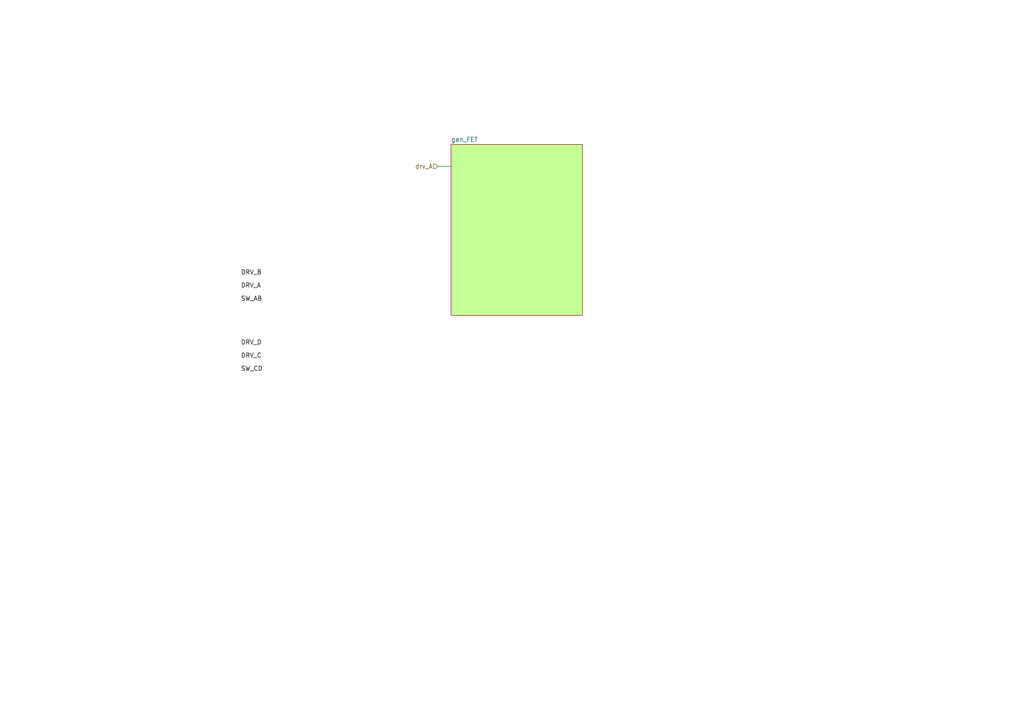
<source format=kicad_sch>
(kicad_sch
	(version 20231120)
	(generator "eeschema")
	(generator_version "8.0")
	(uuid "70b5704a-0342-4ad0-b489-549d9bd1da27")
	(paper "A4")
	(lib_symbols)
	(wire
		(pts
			(xy 127 48.26) (xy 130.81 48.26)
		)
		(stroke
			(width 0)
			(type default)
		)
		(uuid "515c8a2f-9198-433b-baf4-e2d3aaed5786")
	)
	(label "DRV_C"
		(at 69.85 104.14 0)
		(fields_autoplaced yes)
		(effects
			(font
				(size 1.27 1.27)
			)
			(justify left bottom)
		)
		(uuid "1808aa49-eeab-48d9-8002-2b41c05b877e")
	)
	(label "DRV_A"
		(at 69.85 83.82 0)
		(fields_autoplaced yes)
		(effects
			(font
				(size 1.27 1.27)
			)
			(justify left bottom)
		)
		(uuid "34282a11-3652-456b-8f10-fb156e55c6c1")
	)
	(label "DRV_D"
		(at 69.85 100.33 0)
		(fields_autoplaced yes)
		(effects
			(font
				(size 1.27 1.27)
			)
			(justify left bottom)
		)
		(uuid "43c7f592-e0cb-4fcd-a643-29e2e03c2d6e")
	)
	(label "DRV_B"
		(at 69.85 80.01 0)
		(fields_autoplaced yes)
		(effects
			(font
				(size 1.27 1.27)
			)
			(justify left bottom)
		)
		(uuid "cafca6b9-7c32-4ca9-b8cf-f27b87c42848")
	)
	(label "SW_CD"
		(at 69.85 107.95 0)
		(fields_autoplaced yes)
		(effects
			(font
				(size 1.27 1.27)
			)
			(justify left bottom)
		)
		(uuid "e7c87aae-6e64-418e-87c1-f726e699bb18")
	)
	(label "SW_AB"
		(at 69.85 87.63 0)
		(fields_autoplaced yes)
		(effects
			(font
				(size 1.27 1.27)
			)
			(justify left bottom)
		)
		(uuid "e9d8a592-cdeb-47ee-8d2d-e6f69c1be07d")
	)
	(hierarchical_label "drv_A"
		(shape input)
		(at 127 48.26 180)
		(fields_autoplaced yes)
		(effects
			(font
				(size 1.27 1.27)
			)
			(justify right)
		)
		(uuid "fb446fdd-ec79-4f3c-af1f-ddc738c0e32d")
	)
	(sheet
		(at 130.81 41.91)
		(size 38.1 49.53)
		(fields_autoplaced yes)
		(stroke
			(width 0.1524)
			(type solid)
		)
		(fill
			(color 195 255 149 1.0000)
		)
		(uuid "b8424fd8-8a33-4e2b-a0f0-07d556a3fcff")
		(property "Sheetname" "gan_FET"
			(at 130.81 41.1984 0)
			(effects
				(font
					(size 1.27 1.27)
				)
				(justify left bottom)
			)
		)
		(property "Sheetfile" "FET_IN.kicad_sch"
			(at 130.81 92.0246 0)
			(effects
				(font
					(size 1.27 1.27)
				)
				(justify left top)
				(hide yes)
			)
		)
		(instances
			(project "12VfullBridgePS"
				(path "/97292f8e-f0ed-4f83-9690-5399cbcfc30b/0ee6fbdb-0bcf-4fd7-82cc-2fda24e35738"
					(page "12")
				)
			)
		)
	)
)
</source>
